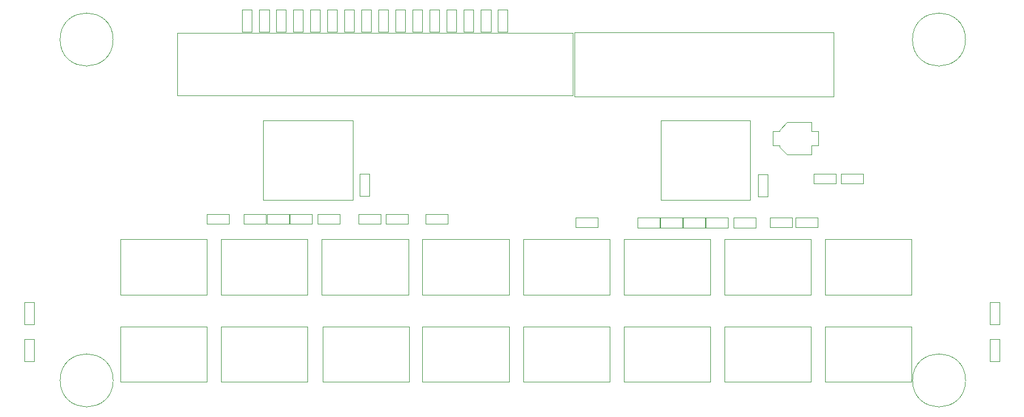
<source format=gbr>
G04 #@! TF.GenerationSoftware,KiCad,Pcbnew,(6.0.5)*
G04 #@! TF.CreationDate,2022-06-05T02:02:10-04:00*
G04 #@! TF.ProjectId,PB_16,50425f31-362e-46b6-9963-61645f706362,v1*
G04 #@! TF.SameCoordinates,Original*
G04 #@! TF.FileFunction,Other,User*
%FSLAX46Y46*%
G04 Gerber Fmt 4.6, Leading zero omitted, Abs format (unit mm)*
G04 Created by KiCad (PCBNEW (6.0.5)) date 2022-06-05 02:02:10*
%MOMM*%
%LPD*%
G01*
G04 APERTURE LIST*
%ADD10C,0.050000*%
G04 APERTURE END LIST*
D10*
X193541000Y-103537800D02*
X193541000Y-102077800D01*
X196841000Y-102077800D02*
X196841000Y-103537800D01*
X193541000Y-102077800D02*
X196841000Y-102077800D01*
X196841000Y-103537800D02*
X193541000Y-103537800D01*
X217131000Y-126742000D02*
X217131000Y-130042000D01*
X215671000Y-130042000D02*
X215671000Y-126742000D01*
X215671000Y-126742000D02*
X217131000Y-126742000D01*
X217131000Y-130042000D02*
X215671000Y-130042000D01*
X73331000Y-126742000D02*
X73331000Y-130042000D01*
X71871000Y-130042000D02*
X71871000Y-126742000D01*
X71871000Y-126742000D02*
X73331000Y-126742000D01*
X73331000Y-130042000D02*
X71871000Y-130042000D01*
X192751000Y-102087800D02*
X192751000Y-103547800D01*
X189451000Y-102087800D02*
X192751000Y-102087800D01*
X192751000Y-103547800D02*
X189451000Y-103547800D01*
X189451000Y-103547800D02*
X189451000Y-102087800D01*
X215671000Y-121181000D02*
X217131000Y-121181000D01*
X215671000Y-124481000D02*
X215671000Y-121181000D01*
X217131000Y-121181000D02*
X217131000Y-124481000D01*
X217131000Y-124481000D02*
X215671000Y-124481000D01*
X71871000Y-121181000D02*
X73331000Y-121181000D01*
X71871000Y-124481000D02*
X71871000Y-121181000D01*
X73331000Y-121181000D02*
X73331000Y-124481000D01*
X73331000Y-124481000D02*
X71871000Y-124481000D01*
X181171000Y-105447800D02*
X181171000Y-102147800D01*
X181171000Y-102147800D02*
X182631000Y-102147800D01*
X182631000Y-105447800D02*
X181171000Y-105447800D01*
X182631000Y-102147800D02*
X182631000Y-105447800D01*
X121771000Y-105427800D02*
X121771000Y-102127800D01*
X121771000Y-102127800D02*
X123231000Y-102127800D01*
X123231000Y-105427800D02*
X121771000Y-105427800D01*
X123231000Y-102127800D02*
X123231000Y-105427800D01*
X153551000Y-81057800D02*
X153551000Y-90417800D01*
X153551000Y-90417800D02*
X94591000Y-90417800D01*
X94591000Y-90417800D02*
X94591000Y-81057800D01*
X94591000Y-81057800D02*
X153551000Y-81057800D01*
X142401000Y-80927800D02*
X142401000Y-77627800D01*
X143861000Y-77627800D02*
X143861000Y-80927800D01*
X143861000Y-80927800D02*
X142401000Y-80927800D01*
X142401000Y-77627800D02*
X143861000Y-77627800D01*
X139881000Y-80927800D02*
X139881000Y-77627800D01*
X141341000Y-77627800D02*
X141341000Y-80927800D01*
X141341000Y-80927800D02*
X139881000Y-80927800D01*
X139881000Y-77627800D02*
X141341000Y-77627800D01*
X137311000Y-80927800D02*
X137311000Y-77627800D01*
X138771000Y-77627800D02*
X138771000Y-80927800D01*
X138771000Y-80927800D02*
X137311000Y-80927800D01*
X137311000Y-77627800D02*
X138771000Y-77627800D01*
X134751000Y-80927800D02*
X134751000Y-77627800D01*
X136211000Y-77627800D02*
X136211000Y-80927800D01*
X136211000Y-80927800D02*
X134751000Y-80927800D01*
X134751000Y-77627800D02*
X136211000Y-77627800D01*
X132231000Y-80927800D02*
X132231000Y-77627800D01*
X133691000Y-77627800D02*
X133691000Y-80927800D01*
X133691000Y-80927800D02*
X132231000Y-80927800D01*
X132231000Y-77627800D02*
X133691000Y-77627800D01*
X129691000Y-77627800D02*
X131151000Y-77627800D01*
X131151000Y-80927800D02*
X129691000Y-80927800D01*
X131151000Y-77627800D02*
X131151000Y-80927800D01*
X129691000Y-80927800D02*
X129691000Y-77627800D01*
X127151000Y-80927800D02*
X127151000Y-77627800D01*
X128611000Y-77627800D02*
X128611000Y-80927800D01*
X128611000Y-80927800D02*
X127151000Y-80927800D01*
X127151000Y-77627800D02*
X128611000Y-77627800D01*
X124611000Y-80927800D02*
X124611000Y-77627800D01*
X126071000Y-77627800D02*
X126071000Y-80927800D01*
X126071000Y-80927800D02*
X124611000Y-80927800D01*
X124611000Y-77627800D02*
X126071000Y-77627800D01*
X122081000Y-80927800D02*
X122081000Y-77627800D01*
X123541000Y-77627800D02*
X123541000Y-80927800D01*
X123541000Y-80927800D02*
X122081000Y-80927800D01*
X122081000Y-77627800D02*
X123541000Y-77627800D01*
X119511000Y-80927800D02*
X119511000Y-77627800D01*
X120971000Y-77627800D02*
X120971000Y-80927800D01*
X120971000Y-80927800D02*
X119511000Y-80927800D01*
X119511000Y-77627800D02*
X120971000Y-77627800D01*
X116991000Y-80927800D02*
X116991000Y-77627800D01*
X118451000Y-77627800D02*
X118451000Y-80927800D01*
X118451000Y-80927800D02*
X116991000Y-80927800D01*
X116991000Y-77627800D02*
X118451000Y-77627800D01*
X114431000Y-80927800D02*
X114431000Y-77627800D01*
X115891000Y-77627800D02*
X115891000Y-80927800D01*
X115891000Y-80927800D02*
X114431000Y-80927800D01*
X114431000Y-77627800D02*
X115891000Y-77627800D01*
X111911000Y-80927800D02*
X111911000Y-77627800D01*
X113371000Y-77627800D02*
X113371000Y-80927800D01*
X113371000Y-80927800D02*
X111911000Y-80927800D01*
X111911000Y-77627800D02*
X113371000Y-77627800D01*
X109351000Y-77627800D02*
X110811000Y-77627800D01*
X110811000Y-80927800D02*
X109351000Y-80927800D01*
X110811000Y-77627800D02*
X110811000Y-80927800D01*
X109351000Y-80927800D02*
X109351000Y-77627800D01*
X106861000Y-80927800D02*
X106861000Y-77627800D01*
X108321000Y-77627800D02*
X108321000Y-80927800D01*
X108321000Y-80927800D02*
X106861000Y-80927800D01*
X106861000Y-77627800D02*
X108321000Y-77627800D01*
X104301000Y-80927800D02*
X104301000Y-77627800D01*
X105761000Y-77627800D02*
X105761000Y-80927800D01*
X105761000Y-80927800D02*
X104301000Y-80927800D01*
X104301000Y-77627800D02*
X105761000Y-77627800D01*
X186751000Y-108587800D02*
X190051000Y-108587800D01*
X190051000Y-110047800D02*
X186751000Y-110047800D01*
X186751000Y-110047800D02*
X186751000Y-108587800D01*
X190051000Y-108587800D02*
X190051000Y-110047800D01*
X182901000Y-108587800D02*
X186201000Y-108587800D01*
X186201000Y-110047800D02*
X182901000Y-110047800D01*
X182901000Y-110047800D02*
X182901000Y-108587800D01*
X186201000Y-108587800D02*
X186201000Y-110047800D01*
X177501000Y-108637800D02*
X180801000Y-108637800D01*
X180801000Y-110097800D02*
X177501000Y-110097800D01*
X177501000Y-110097800D02*
X177501000Y-108637800D01*
X180801000Y-108637800D02*
X180801000Y-110097800D01*
X173401000Y-108637800D02*
X176701000Y-108637800D01*
X176701000Y-110097800D02*
X173401000Y-110097800D01*
X173401000Y-110097800D02*
X173401000Y-108637800D01*
X176701000Y-108637800D02*
X176701000Y-110097800D01*
X170001000Y-108637800D02*
X173301000Y-108637800D01*
X173301000Y-110097800D02*
X170001000Y-110097800D01*
X170001000Y-110097800D02*
X170001000Y-108637800D01*
X173301000Y-108637800D02*
X173301000Y-110097800D01*
X169901000Y-110097800D02*
X166601000Y-110097800D01*
X166601000Y-108637800D02*
X169901000Y-108637800D01*
X169901000Y-108637800D02*
X169901000Y-110097800D01*
X166601000Y-110097800D02*
X166601000Y-108637800D01*
X166501000Y-110097800D02*
X163201000Y-110097800D01*
X163201000Y-108637800D02*
X166501000Y-108637800D01*
X166501000Y-108637800D02*
X166501000Y-110097800D01*
X163201000Y-110097800D02*
X163201000Y-108637800D01*
X157301000Y-110047800D02*
X154001000Y-110047800D01*
X154001000Y-108587800D02*
X157301000Y-108587800D01*
X157301000Y-108587800D02*
X157301000Y-110047800D01*
X154001000Y-110047800D02*
X154001000Y-108587800D01*
X134951000Y-108087800D02*
X134951000Y-109547800D01*
X131651000Y-109547800D02*
X131651000Y-108087800D01*
X134951000Y-109547800D02*
X131651000Y-109547800D01*
X131651000Y-108087800D02*
X134951000Y-108087800D01*
X129041000Y-108087800D02*
X129041000Y-109547800D01*
X125741000Y-109547800D02*
X125741000Y-108087800D01*
X129041000Y-109547800D02*
X125741000Y-109547800D01*
X125741000Y-108087800D02*
X129041000Y-108087800D01*
X124901000Y-108087800D02*
X124901000Y-109547800D01*
X121601000Y-109547800D02*
X121601000Y-108087800D01*
X124901000Y-109547800D02*
X121601000Y-109547800D01*
X121601000Y-108087800D02*
X124901000Y-108087800D01*
X115581000Y-108087800D02*
X118881000Y-108087800D01*
X118881000Y-109547800D02*
X115581000Y-109547800D01*
X115581000Y-109547800D02*
X115581000Y-108087800D01*
X118881000Y-108087800D02*
X118881000Y-109547800D01*
X114701000Y-108087800D02*
X114701000Y-109547800D01*
X111401000Y-109547800D02*
X111401000Y-108087800D01*
X114701000Y-109547800D02*
X111401000Y-109547800D01*
X111401000Y-108087800D02*
X114701000Y-108087800D01*
X111301000Y-109547800D02*
X108001000Y-109547800D01*
X108001000Y-108087800D02*
X111301000Y-108087800D01*
X111301000Y-108087800D02*
X111301000Y-109547800D01*
X108001000Y-109547800D02*
X108001000Y-108087800D01*
X104511000Y-109547800D02*
X104511000Y-108087800D01*
X107811000Y-108087800D02*
X107811000Y-109547800D01*
X104511000Y-108087800D02*
X107811000Y-108087800D01*
X107811000Y-109547800D02*
X104511000Y-109547800D01*
X102341000Y-109547800D02*
X99041000Y-109547800D01*
X99041000Y-108087800D02*
X102341000Y-108087800D01*
X102341000Y-108087800D02*
X102341000Y-109547800D01*
X99041000Y-109547800D02*
X99041000Y-108087800D01*
X153841000Y-81017800D02*
X153841000Y-90567800D01*
X153841000Y-90567800D02*
X192421000Y-90567800D01*
X192421000Y-90567800D02*
X192421000Y-81017800D01*
X192421000Y-81017800D02*
X153841000Y-81017800D01*
X99050000Y-133100000D02*
X99050000Y-124850000D01*
X99050000Y-124850000D02*
X86150000Y-124850000D01*
X86150000Y-124850000D02*
X86150000Y-133100000D01*
X86150000Y-133100000D02*
X99050000Y-133100000D01*
X116150000Y-111850000D02*
X116150000Y-120100000D01*
X129050000Y-111850000D02*
X116150000Y-111850000D01*
X116150000Y-120100000D02*
X129050000Y-120100000D01*
X129050000Y-120100000D02*
X129050000Y-111850000D01*
X116264342Y-124850000D02*
X116264342Y-133100000D01*
X129164342Y-124850000D02*
X116264342Y-124850000D01*
X116264342Y-133100000D02*
X129164342Y-133100000D01*
X129164342Y-133100000D02*
X129164342Y-124850000D01*
X144050000Y-111850000D02*
X131150000Y-111850000D01*
X144050000Y-120100000D02*
X144050000Y-111850000D01*
X131150000Y-111850000D02*
X131150000Y-120100000D01*
X131150000Y-120100000D02*
X144050000Y-120100000D01*
X144050000Y-124850000D02*
X131150000Y-124850000D01*
X144050000Y-133100000D02*
X144050000Y-124850000D01*
X131150000Y-124850000D02*
X131150000Y-133100000D01*
X131150000Y-133100000D02*
X144050000Y-133100000D01*
X146150000Y-111850000D02*
X146150000Y-120100000D01*
X159050000Y-120100000D02*
X159050000Y-111850000D01*
X159050000Y-111850000D02*
X146150000Y-111850000D01*
X146150000Y-120100000D02*
X159050000Y-120100000D01*
X159050000Y-133100000D02*
X159050000Y-124850000D01*
X159050000Y-124850000D02*
X146150000Y-124850000D01*
X146150000Y-133100000D02*
X159050000Y-133100000D01*
X146150000Y-124850000D02*
X146150000Y-133100000D01*
X161150000Y-120100000D02*
X174050000Y-120100000D01*
X174050000Y-120100000D02*
X174050000Y-111850000D01*
X161150000Y-111850000D02*
X161150000Y-120100000D01*
X174050000Y-111850000D02*
X161150000Y-111850000D01*
X174050000Y-133100000D02*
X174050000Y-124850000D01*
X161150000Y-124850000D02*
X161150000Y-133100000D01*
X174050000Y-124850000D02*
X161150000Y-124850000D01*
X161150000Y-133100000D02*
X174050000Y-133100000D01*
X176150000Y-120100000D02*
X189050000Y-120100000D01*
X189050000Y-111850000D02*
X176150000Y-111850000D01*
X176150000Y-111850000D02*
X176150000Y-120100000D01*
X189050000Y-120100000D02*
X189050000Y-111850000D01*
X176150000Y-133100000D02*
X189050000Y-133100000D01*
X189050000Y-124850000D02*
X176150000Y-124850000D01*
X189050000Y-133100000D02*
X189050000Y-124850000D01*
X176150000Y-124850000D02*
X176150000Y-133100000D01*
X204050000Y-120100000D02*
X204050000Y-111850000D01*
X191150000Y-120100000D02*
X204050000Y-120100000D01*
X191150000Y-111850000D02*
X191150000Y-120100000D01*
X204050000Y-111850000D02*
X191150000Y-111850000D01*
X191150000Y-133100000D02*
X204050000Y-133100000D01*
X191150000Y-124850000D02*
X191150000Y-133100000D01*
X204050000Y-124850000D02*
X191150000Y-124850000D01*
X204050000Y-133100000D02*
X204050000Y-124850000D01*
X99050000Y-111850000D02*
X86150000Y-111850000D01*
X86150000Y-111850000D02*
X86150000Y-120100000D01*
X86150000Y-120100000D02*
X99050000Y-120100000D01*
X99050000Y-120100000D02*
X99050000Y-111850000D01*
X114050000Y-120100000D02*
X114050000Y-111850000D01*
X114050000Y-111850000D02*
X101150000Y-111850000D01*
X101150000Y-111850000D02*
X101150000Y-120100000D01*
X101150000Y-120100000D02*
X114050000Y-120100000D01*
X101150000Y-124850000D02*
X101150000Y-133100000D01*
X101150000Y-133100000D02*
X114050000Y-133100000D01*
X114050000Y-124850000D02*
X101150000Y-124850000D01*
X114050000Y-133100000D02*
X114050000Y-124850000D01*
X85063000Y-82066600D02*
G75*
G03*
X85063000Y-82066600I-3950000J0D01*
G01*
X212063000Y-82066600D02*
G75*
G03*
X212063000Y-82066600I-3950000J0D01*
G01*
X212077600Y-132866600D02*
G75*
G03*
X212077600Y-132866600I-3950000J0D01*
G01*
X166651000Y-94087800D02*
X166651000Y-105947800D01*
X179951000Y-94087800D02*
X166651000Y-94087800D01*
X166651000Y-105947800D02*
X179951000Y-105947800D01*
X179951000Y-105947800D02*
X179951000Y-94087800D01*
X107451000Y-94087800D02*
X107451000Y-105947800D01*
X107451000Y-105947800D02*
X120751000Y-105947800D01*
X120751000Y-94087800D02*
X107451000Y-94087800D01*
X120751000Y-105947800D02*
X120751000Y-94087800D01*
X189151000Y-97867800D02*
X189151000Y-99217800D01*
X184351000Y-95767800D02*
X183401000Y-95767800D01*
X185501000Y-99217800D02*
X189151000Y-99217800D01*
X183401000Y-97867800D02*
X184351000Y-97867800D01*
X189151000Y-95767800D02*
X190101000Y-95767800D01*
X189151000Y-94417800D02*
X189151000Y-95767800D01*
X185501000Y-94417800D02*
X189151000Y-94417800D01*
X184351000Y-95567800D02*
X184351000Y-95767800D01*
X190101000Y-95767800D02*
X190101000Y-97867800D01*
X184351000Y-97867800D02*
X184351000Y-98067800D01*
X183401000Y-95767800D02*
X183401000Y-97867800D01*
X184351000Y-95567800D02*
X185501000Y-94417800D01*
X190101000Y-97867800D02*
X189151000Y-97867800D01*
X184351000Y-98067800D02*
X185501000Y-99217800D01*
X85077600Y-132866600D02*
G75*
G03*
X85077600Y-132866600I-3950000J0D01*
G01*
M02*

</source>
